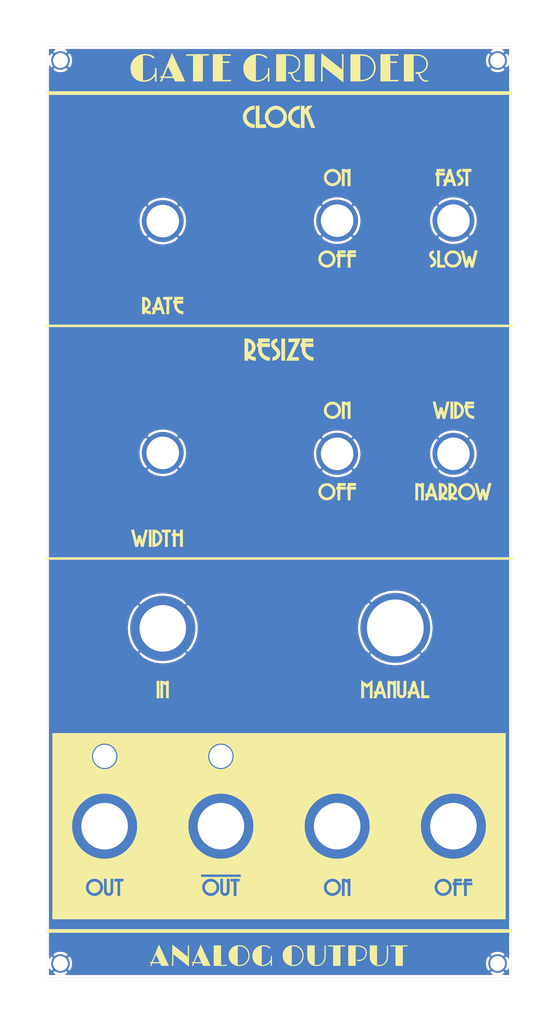
<source format=kicad_pcb>
(kicad_pcb (version 20171130) (host pcbnew 5.1.5-52549c5~84~ubuntu18.04.1)
  (layers (0 F.Cu signal hide) (31 B.Cu signal) (34 B.Paste user) (35 F.Paste user) (36 B.SilkS user) (37 F.SilkS user) (38 B.Mask user hide) (39 F.Mask user hide) (44 Edge.Cuts user))
  (net 0 "")
  (net 1 GND)
  (module gategrinder_panel:Gate_Grinder_panel_art (layer F.Cu) (at 140 100)
    (fp_text reference G*** hide)
    (fp_text value LOGO hide)
  )
  (module Kosmo_panel:Kosmo_jack_hole (layer F.Cu) (at 102.5 167.5)
    (fp_text reference H18 hide)
    (fp_text value "Jack hole")
    (pad 1 thru_hole circle (at 0 0) (size 14 14) (drill 10) (layers *.Cu *.Mask) (net 1 GND))
  )
  (module Kosmo_panel:Kosmo_pot_switch_hole (layer F.Cu) (at 177.5 87.5)
    (fp_text reference H17 hide)
    (fp_text value "Switch hole")
    (pad 1 thru_hole circle (at 0 0) (size 9 9) (drill 7) (layers *.Cu *.Mask) (net 1 GND))
  )
  (module Kosmo_panel:Kosmo_jack_hole (layer F.Cu) (at 177.5 167.5)
    (fp_text reference H16 hide)
    (fp_text value "Jack hole")
    (pad 1 thru_hole circle (at 0 0) (size 14 14) (drill 10) (layers *.Cu *.Mask) (net 1 GND))
  )
  (module Kosmo_panel:Kosmo_Panel_Mounting_Hole (layer F.Cu) (at 187 3)
    (fp_text reference H15 hide)
    (fp_text value MountingHole_Pad)
    (pad 1 thru_hole circle (at 0 0) (size 4 4) (drill 3.2) (layers *.Cu *.Mask) (net 1 GND))
  )
  (module Kosmo_panel:Kosmo_pot_switch_hole (layer F.Cu) (at 152.5 87.5)
    (fp_text reference H14 hide)
    (fp_text value "Switch hole")
    (pad 1 thru_hole circle (at 0 0) (size 9 9) (drill 7) (layers *.Cu *.Mask) (net 1 GND))
  )
  (module Kosmo_panel:Kosmo_jack_hole (layer F.Cu) (at 127.5 167.5)
    (fp_text reference H13 hide)
    (fp_text value "Jack hole")
    (pad 1 thru_hole circle (at 0 0) (size 14 14) (drill 10) (layers *.Cu *.Mask) (net 1 GND))
  )
  (module Kosmo_panel:Kosmo_Panel_Mounting_Hole (layer F.Cu) (at 93 3)
    (fp_text reference H12 hide)
    (fp_text value MountingHole_Pad)
    (pad 1 thru_hole circle (at 0 0) (size 4 4) (drill 3.2) (layers *.Cu *.Mask) (net 1 GND))
  )
  (module Kosmo_panel:Kosmo_LED_hole (layer F.Cu) (at 102.5 152.5)
    (fp_text reference H11 hide)
    (fp_text value "LED hole")
    (pad 1 thru_hole circle (at 0 0) (size 5.5 5.5) (drill 5) (layers *.Cu *.Mask) (net 1 GND))
  )
  (module Kosmo_panel:Kosmo_pot_switch_hole (layer F.Cu) (at 115 87.3)
    (fp_text reference H10 hide)
    (fp_text value "Pot hole")
    (pad 1 thru_hole circle (at 0 0) (size 9 9) (drill 7) (layers *.Cu *.Mask) (net 1 GND))
  )
  (module Kosmo_panel:Kosmo_pot_switch_hole (layer F.Cu) (at 152.5 37.4)
    (fp_text reference H9 hide)
    (fp_text value "Switch hole")
    (pad 1 thru_hole circle (at 0 0) (size 9 9) (drill 7) (layers *.Cu *.Mask) (net 1 GND))
  )
  (module Kosmo_panel:Kosmo_jack_hole (layer F.Cu) (at 152.5 167.5)
    (fp_text reference H8 hide)
    (fp_text value "Jack hole")
    (pad 1 thru_hole circle (at 0 0) (size 14 14) (drill 10) (layers *.Cu *.Mask) (net 1 GND))
  )
  (module Kosmo_panel:Kosmo_Panel_Mounting_Hole (layer F.Cu) (at 187 197)
    (fp_text reference H7 hide)
    (fp_text value MountingHole_Pad)
    (pad 1 thru_hole circle (at 0 0) (size 4 4) (drill 3.2) (layers *.Cu *.Mask) (net 1 GND))
  )
  (module Kosmo_panel:Kosmo_LED_hole (layer F.Cu) (at 127.5 152.5)
    (fp_text reference H6 hide)
    (fp_text value "LED hole")
    (pad 1 thru_hole circle (at 0 0) (size 5.5 5.5) (drill 5) (layers *.Cu *.Mask) (net 1 GND))
  )
  (module Kosmo_panel:Kosmo_pot_switch_hole (layer F.Cu) (at 115 37.5)
    (fp_text reference H5 hide)
    (fp_text value "Pot hole")
    (pad 1 thru_hole circle (at 0 0) (size 9 9) (drill 7) (layers *.Cu *.Mask) (net 1 GND))
  )
  (module Kosmo_panel:Kosmo_pot_switch_hole (layer F.Cu) (at 177.5 37.4)
    (fp_text reference H4 hide)
    (fp_text value "Switch hole")
    (pad 1 thru_hole circle (at 0 0) (size 9 9) (drill 7) (layers *.Cu *.Mask) (net 1 GND))
  )
  (module Kosmo_panel:Kosmo_jack_hole (layer F.Cu) (at 115 125)
    (fp_text reference H3 hide)
    (fp_text value "Jack hole")
    (pad 1 thru_hole circle (at 0 0) (size 14 14) (drill 10) (layers *.Cu *.Mask) (net 1 GND))
  )
  (module gategrinder_panel:Big_pushbutton_hole (layer F.Cu) (at 165 124.9)
    (fp_text reference H2 hide)
    (fp_text value "Pushbutton hole")
    (pad 1 thru_hole circle (at 0 0) (size 15 15) (drill 12.2) (layers *.Cu *.Mask) (net 1 GND))
  )
  (module Kosmo_panel:Kosmo_Panel_Mounting_Hole (layer F.Cu) (at 93 197)
    (fp_text reference H1 hide)
    (fp_text value MountingHole_Pad)
    (pad 1 thru_hole circle (at 0 0) (size 4 4) (drill 3.2) (layers *.Cu *.Mask) (net 1 GND))
  )
  (gr_line (start 90 200) (end 90 0) (layer Edge.Cuts) (width 0.05))
  (gr_line (start 190 200) (end 90 200) (layer Edge.Cuts) (width 0.05))
  (gr_line (start 190 0) (end 190 200) (layer Edge.Cuts) (width 0.05))
  (gr_line (start 90 0) (end 190 0) (layer Edge.Cuts) (width 0.05))
  (zone (net 1) (net_name GND) (layer F.Cu) (connect_pads (clearance 0.508)) (min_thickness 0.254) (fill yes (arc_segments 32) (thermal_gap 0.508) (thermal_bridge_width 0.508))
    (polygon (pts (xy 200 210) (xy 80 210) (xy 80 -10) (xy 200 -10)))
  )
  (zone (net 1) (net_name GND) (layer B.Cu) (connect_pads (clearance 0.508)) (min_thickness 0.254) (fill yes (arc_segments 32) (thermal_gap 0.508) (thermal_bridge_width 0.508))
    (polygon (pts (xy 200 210) (xy 80 210) (xy 80 -10) (xy 200 -10)))
  )
)
</source>
